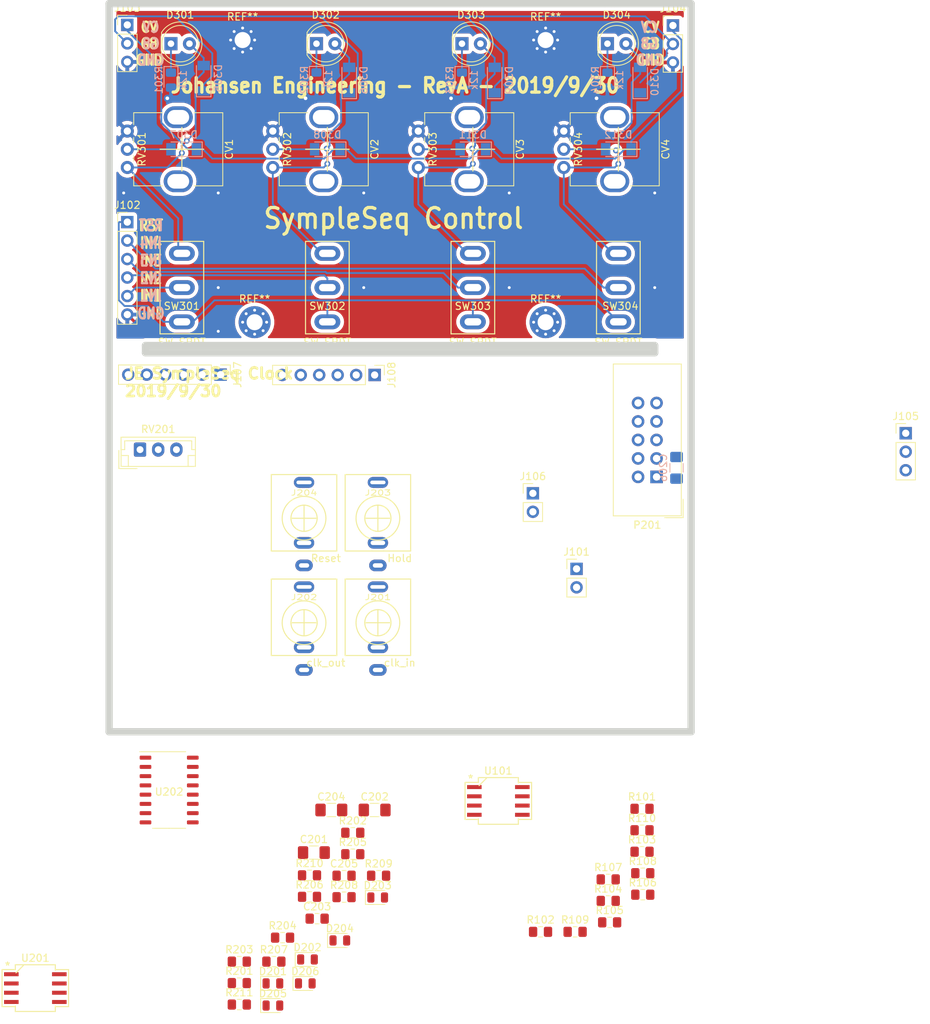
<source format=kicad_pcb>
(kicad_pcb (version 20171130) (host pcbnew "(5.1.0)-1")
  (title_block (title EffectUnit1) (date 2019-02-05) (rev "Rev A") (company "Johansen Engineering"))
  (layers (0 F.Cu signal) (31 B.Cu signal) (34 B.Paste user) (35 F.Paste user) (36 B.SilkS user) (37 F.SilkS user) (38 B.Mask user) (39 F.Mask user) (44 Edge.Cuts user))
  (net 0 "")
  (net 1 GND)
  (net 2 "Net-(C201-Pad1)")
  (net 3 "Net-(J201-PadT)")
  (net 4 "Net-(J202-PadT)")
  (net 5 "Net-(J203-PadT)")
  (net 6 "Net-(J204-PadT)")
  (net 7 "Net-(P201-Pad4)")
  (net 8 "Net-(R201-Pad1)")
  (net 9 "Net-(C202-Pad1)")
  (net 10 "Net-(C203-Pad2)")
  (net 11 +12Vc)
  (net 12 -12Vc)
  (net 13 /Clock/clock_out)
  (net 14 /Clock/hold)
  (net 15 /Clock/reset)
  (net 16 G8_M)
  (net 17 "Net-(D301-Pad1)")
  (net 18 "Net-(D302-Pad1)")
  (net 19 "Net-(D303-Pad1)")
  (net 20 "Net-(D304-Pad1)")
  (net 21 Clk555)
  (net 22 "Net-(R101-Pad1)")
  (net 23 "Net-(R102-Pad1)")
  (net 24 "Net-(J101-Pad1)")
  (net 25 CV_M)
  (net 26 "Net-(R105-Pad1)")
  (net 27 "Net-(R106-Pad1)")
  (net 28 "Net-(J105-Pad1)")
  (net 29 "Net-(J105-Pad2)")
  (net 30 "Net-(J106-Pad1)")
  (net 31 /Clock/Q8)
  (net 32 /Clock/Q7)
  (net 33 /Clock/Q4)
  (net 34 /Clock/Q3)
  (net 35 /Clock/Q6)
  (net 36 /Clock/Q2)
  (net 37 /Clock/Q0)
  (net 38 /Clock/Q1)
  (net 39 /Clock/Q5)
  (net 40 "/Control IO/In_1")
  (net 41 "/Control IO/In_2")
  (net 42 "/Control IO/In_3")
  (net 43 "/Control IO/In_4")
  (net 44 "/Control IO/reset")
  (net 45 "Net-(D301-Pad2)")
  (net 46 "Net-(D302-Pad2)")
  (net 47 "Net-(D303-Pad2)")
  (net 48 "Net-(D304-Pad2)")
  (net 49 "Net-(D307-Pad2)")
  (net 50 "Net-(D308-Pad2)")
  (net 51 "Net-(D311-Pad2)")
  (net 52 "Net-(D312-Pad2)")
  (module MountingHole:MountingHole_2.2mm_M2_Pad_Via (layer F.Cu) (at 160 55)
    (fp_text reference REF** (at 0 -3.2) (layer F.SilkS))
    (fp_text value MountingHole_2.2mm_M2_Pad_Via)
    (pad 1 thru_hole circle (at 0 0) (size 4.4 4.4) (drill 2.2) (layers *.Cu *.Mask))
    (pad 1 thru_hole circle (at 1.65 0) (size 0.7 0.7) (drill 0.4) (layers *.Cu *.Mask))
    (pad 1 thru_hole circle (at 1.166726 1.166726) (size 0.7 0.7) (drill 0.4) (layers *.Cu *.Mask))
    (pad 1 thru_hole circle (at 0 1.65) (size 0.7 0.7) (drill 0.4) (layers *.Cu *.Mask))
    (pad 1 thru_hole circle (at -1.166726 1.166726) (size 0.7 0.7) (drill 0.4) (layers *.Cu *.Mask))
    (pad 1 thru_hole circle (at -1.65 0) (size 0.7 0.7) (drill 0.4) (layers *.Cu *.Mask))
    (pad 1 thru_hole circle (at -1.166726 -1.166726) (size 0.7 0.7) (drill 0.4) (layers *.Cu *.Mask))
    (pad 1 thru_hole circle (at 0 -1.65) (size 0.7 0.7) (drill 0.4) (layers *.Cu *.Mask))
    (pad 1 thru_hole circle (at 1.166726 -1.166726) (size 0.7 0.7) (drill 0.4) (layers *.Cu *.Mask))
  )
  (module MountingHole:MountingHole_2.2mm_M2_Pad_Via (layer F.Cu) (at 118.35 55)
    (fp_text reference REF** (at 0 -3.2) (layer F.SilkS))
    (fp_text value MountingHole_2.2mm_M2_Pad_Via)
    (pad 1 thru_hole circle (at 1.166726 -1.166726) (size 0.7 0.7) (drill 0.4) (layers *.Cu *.Mask))
    (pad 1 thru_hole circle (at 0 -1.65) (size 0.7 0.7) (drill 0.4) (layers *.Cu *.Mask))
    (pad 1 thru_hole circle (at -1.166726 -1.166726) (size 0.7 0.7) (drill 0.4) (layers *.Cu *.Mask))
    (pad 1 thru_hole circle (at -1.65 0) (size 0.7 0.7) (drill 0.4) (layers *.Cu *.Mask))
    (pad 1 thru_hole circle (at -1.166726 1.166726) (size 0.7 0.7) (drill 0.4) (layers *.Cu *.Mask))
    (pad 1 thru_hole circle (at 0 1.65) (size 0.7 0.7) (drill 0.4) (layers *.Cu *.Mask))
    (pad 1 thru_hole circle (at 1.166726 1.166726) (size 0.7 0.7) (drill 0.4) (layers *.Cu *.Mask))
    (pad 1 thru_hole circle (at 1.65 0) (size 0.7 0.7) (drill 0.4) (layers *.Cu *.Mask))
    (pad 1 thru_hole circle (at 0 0) (size 4.4 4.4) (drill 2.2) (layers *.Cu *.Mask))
  )
  (module MountingHole:MountingHole_2.2mm_M2_Pad_Via (layer F.Cu) (at 120 93.75)
    (fp_text reference REF** (at 0 -3.2) (layer F.SilkS))
    (fp_text value MountingHole_2.2mm_M2_Pad_Via)
    (pad 1 thru_hole circle (at 0 0) (size 4.4 4.4) (drill 2.2) (layers *.Cu *.Mask))
    (pad 1 thru_hole circle (at 1.65 0) (size 0.7 0.7) (drill 0.4) (layers *.Cu *.Mask))
    (pad 1 thru_hole circle (at 1.166726 1.166726) (size 0.7 0.7) (drill 0.4) (layers *.Cu *.Mask))
    (pad 1 thru_hole circle (at 0 1.65) (size 0.7 0.7) (drill 0.4) (layers *.Cu *.Mask))
    (pad 1 thru_hole circle (at -1.166726 1.166726) (size 0.7 0.7) (drill 0.4) (layers *.Cu *.Mask))
    (pad 1 thru_hole circle (at -1.65 0) (size 0.7 0.7) (drill 0.4) (layers *.Cu *.Mask))
    (pad 1 thru_hole circle (at -1.166726 -1.166726) (size 0.7 0.7) (drill 0.4) (layers *.Cu *.Mask))
    (pad 1 thru_hole circle (at 0 -1.65) (size 0.7 0.7) (drill 0.4) (layers *.Cu *.Mask))
    (pad 1 thru_hole circle (at 1.166726 -1.166726) (size 0.7 0.7) (drill 0.4) (layers *.Cu *.Mask))
  )
  (module MountingHole:MountingHole_2.2mm_M2_Pad_Via (layer F.Cu) (at 160 93.75)
    (fp_text reference REF** (at 0 -3.2) (layer F.SilkS))
    (fp_text value MountingHole_2.2mm_M2_Pad_Via)
    (pad 1 thru_hole circle (at 1.166726 -1.166726) (size 0.7 0.7) (drill 0.4) (layers *.Cu *.Mask))
    (pad 1 thru_hole circle (at 0 -1.65) (size 0.7 0.7) (drill 0.4) (layers *.Cu *.Mask))
    (pad 1 thru_hole circle (at -1.166726 -1.166726) (size 0.7 0.7) (drill 0.4) (layers *.Cu *.Mask))
    (pad 1 thru_hole circle (at -1.65 0) (size 0.7 0.7) (drill 0.4) (layers *.Cu *.Mask))
    (pad 1 thru_hole circle (at -1.166726 1.166726) (size 0.7 0.7) (drill 0.4) (layers *.Cu *.Mask))
    (pad 1 thru_hole circle (at 0 1.65) (size 0.7 0.7) (drill 0.4) (layers *.Cu *.Mask))
    (pad 1 thru_hole circle (at 1.166726 1.166726) (size 0.7 0.7) (drill 0.4) (layers *.Cu *.Mask))
    (pad 1 thru_hole circle (at 1.65 0) (size 0.7 0.7) (drill 0.4) (layers *.Cu *.Mask))
    (pad 1 thru_hole circle (at 0 0) (size 4.4 4.4) (drill 2.2) (layers *.Cu *.Mask))
  )
  (module Capacitor_SMD:C_1206_3216Metric_Pad1.42x1.75mm_HandSolder (layer F.Cu) (at 128.145001 166.595001)
    (fp_text reference C201 (at 0 -1.82) (layer F.SilkS))
    (fp_text value 22u)
    (pad 2 smd roundrect (at 1.4875 0) (size 1.425 1.75) (layers F.Cu F.Paste F.Mask) (roundrect_rratio 0.175439) (net 1 GND))
    (pad 1 smd roundrect (at -1.4875 0) (size 1.425 1.75) (layers F.Cu F.Paste F.Mask) (roundrect_rratio 0.175439) (net 2 "Net-(C201-Pad1)"))
  )
  (module Capacitor_SMD:C_1206_3216Metric_Pad1.42x1.75mm_HandSolder (layer F.Cu) (at 136.495001 160.745001)
    (fp_text reference C202 (at 0 -1.82) (layer F.SilkS))
    (fp_text value 10n)
    (pad 2 smd roundrect (at 1.4875 0) (size 1.425 1.75) (layers F.Cu F.Paste F.Mask) (roundrect_rratio 0.175439) (net 1 GND))
    (pad 1 smd roundrect (at -1.4875 0) (size 1.425 1.75) (layers F.Cu F.Paste F.Mask) (roundrect_rratio 0.175439) (net 9 "Net-(C202-Pad1)"))
  )
  (module Capacitor_SMD:C_0805_2012Metric_Pad1.15x1.40mm_HandSolder (layer F.Cu) (at 128.595001 175.665001)
    (fp_text reference C203 (at 0 -1.65) (layer F.SilkS))
    (fp_text value 1u)
    (pad 1 smd roundrect (at -1.025 0) (size 1.15 1.4) (layers F.Cu F.Paste F.Mask) (roundrect_rratio 0.217391) (net 11 +12Vc))
    (pad 2 smd roundrect (at 1.025 0) (size 1.15 1.4) (layers F.Cu F.Paste F.Mask) (roundrect_rratio 0.217391) (net 10 "Net-(C203-Pad2)"))
  )
  (module Capacitor_SMD:C_1206_3216Metric_Pad1.42x1.75mm_HandSolder (layer F.Cu) (at 130.545001 160.745001)
    (fp_text reference C204 (at 0 -1.82) (layer F.SilkS))
    (fp_text value 1u)
    (pad 1 smd roundrect (at -1.4875 0) (size 1.425 1.75) (layers F.Cu F.Paste F.Mask) (roundrect_rratio 0.175439) (net 11 +12Vc))
    (pad 2 smd roundrect (at 1.4875 0) (size 1.425 1.75) (layers F.Cu F.Paste F.Mask) (roundrect_rratio 0.175439) (net 10 "Net-(C203-Pad2)"))
  )
  (module Capacitor_SMD:C_0805_2012Metric_Pad1.15x1.40mm_HandSolder (layer F.Cu) (at 132.295001 169.765001)
    (fp_text reference C205 (at 0 -1.65) (layer F.SilkS))
    (fp_text value 1u)
    (pad 2 smd roundrect (at 1.025 0) (size 1.15 1.4) (layers F.Cu F.Paste F.Mask) (roundrect_rratio 0.217391) (net 10 "Net-(C203-Pad2)"))
    (pad 1 smd roundrect (at -1.025 0) (size 1.15 1.4) (layers F.Cu F.Paste F.Mask) (roundrect_rratio 0.217391) (net 11 +12Vc))
  )
  (module Capacitor_SMD:C_1206_3216Metric_Pad1.42x1.75mm_HandSolder (layer B.Cu) (at 178 113.75 270)
    (fp_text reference C206 (at 0 1.82 270) (layer B.SilkS) (effects (justify mirror)))
    (fp_text value 1u)
    (pad 1 smd roundrect (at -1.4875 0 270) (size 1.425 1.75) (layers B.Cu B.Paste B.Mask) (roundrect_rratio 0.175439) (net 10 "Net-(C203-Pad2)"))
    (pad 2 smd roundrect (at 1.4875 0 270) (size 1.425 1.75) (layers B.Cu B.Paste B.Mask) (roundrect_rratio 0.175439) (net 12 -12Vc))
  )
  (module LED_SMD:LED_0805_2012Metric (layer F.Cu) (at 122.515001 184.560001)
    (fp_text reference D201 (at 0 -1.65) (layer F.SilkS))
    (fp_text value 5817)
    (pad 1 smd roundrect (at -0.9375 0) (size 0.975 1.4) (layers F.Cu F.Paste F.Mask) (net 11 +12Vc))
    (pad 2 smd roundrect (at 0.9375 0) (size 0.975 1.4) (layers F.Cu F.Paste F.Mask))
  )
  (module LED_SMD:LED_0805_2012Metric (layer F.Cu) (at 127.265001 181.270001)
    (fp_text reference D202 (at 0 -1.65) (layer F.SilkS))
    (fp_text value 5817)
    (pad 2 smd roundrect (at 0.9375 0) (size 0.975 1.4) (layers F.Cu F.Paste F.Mask) (net 1 GND))
    (pad 1 smd roundrect (at -0.9375 0) (size 0.975 1.4) (layers F.Cu F.Paste F.Mask) (net 13 /Clock/clock_out))
  )
  (module LED_SMD:LED_0805_2012Metric (layer F.Cu) (at 136.915001 172.760001)
    (fp_text reference D203 (at 0 -1.65) (layer F.SilkS))
    (fp_text value 5817)
    (pad 2 smd roundrect (at 0.9375 0) (size 0.975 1.4) (layers F.Cu F.Paste F.Mask) (net 1 GND))
    (pad 1 smd roundrect (at -0.9375 0) (size 0.975 1.4) (layers F.Cu F.Paste F.Mask) (net 14 /Clock/hold))
  )
  (module LED_SMD:LED_0805_2012Metric (layer F.Cu) (at 131.715001 178.660001)
    (fp_text reference D204 (at 0 -1.65) (layer F.SilkS))
    (fp_text value 5817)
    (pad 1 smd roundrect (at -0.9375 0) (size 0.975 1.4) (layers F.Cu F.Paste F.Mask) (net 11 +12Vc))
    (pad 2 smd roundrect (at 0.9375 0) (size 0.975 1.4) (layers F.Cu F.Paste F.Mask) (net 14 /Clock/hold))
  )
  (module LED_SMD:LED_0805_2012Metric (layer F.Cu) (at 122.515001 187.600001)
    (fp_text reference D205 (at 0 -1.65) (layer F.SilkS))
    (fp_text value 5817)
    (pad 2 smd roundrect (at 0.9375 0) (size 0.975 1.4) (layers F.Cu F.Paste F.Mask) (net 15 /Clock/reset))
    (pad 1 smd roundrect (at -0.9375 0) (size 0.975 1.4) (layers F.Cu F.Paste F.Mask) (net 11 +12Vc))
  )
  (module LED_SMD:LED_0805_2012Metric (layer F.Cu) (at 126.965001 184.560001)
    (fp_text reference D206 (at 0 -1.65) (layer F.SilkS))
    (fp_text value 5817)
    (pad 1 smd roundrect (at -0.9375 0) (size 0.975 1.4) (layers F.Cu F.Paste F.Mask) (net 15 /Clock/reset))
    (pad 2 smd roundrect (at 0.9375 0) (size 0.975 1.4) (layers F.Cu F.Paste F.Mask) (net 1 GND))
  )
  (module LED_THT:LED_D5.0mm (layer F.Cu) (at 108.5 55.5)
    (fp_text reference D301 (at 1.27 -3.96) (layer F.SilkS))
    (fp_text value LED)
    (pad 2 thru_hole circle (at 2.54 0) (size 1.8 1.8) (drill 0.9) (layers *.Cu *.Mask) (net 45 "Net-(D301-Pad2)"))
    (pad 1 thru_hole rect (at 0 0) (size 1.8 1.8) (drill 0.9) (layers *.Cu *.Mask) (net 17 "Net-(D301-Pad1)"))
  )
  (module LED_THT:LED_D5.0mm (layer F.Cu) (at 128.5 55.5)
    (fp_text reference D302 (at 1.27 -3.96) (layer F.SilkS))
    (fp_text value LED)
    (pad 1 thru_hole rect (at 0 0) (size 1.8 1.8) (drill 0.9) (layers *.Cu *.Mask) (net 18 "Net-(D302-Pad1)"))
    (pad 2 thru_hole circle (at 2.54 0) (size 1.8 1.8) (drill 0.9) (layers *.Cu *.Mask) (net 46 "Net-(D302-Pad2)"))
  )
  (module LED_THT:LED_D5.0mm (layer F.Cu) (at 148.5 55.5)
    (fp_text reference D303 (at 1.27 -3.96) (layer F.SilkS))
    (fp_text value LED)
    (pad 2 thru_hole circle (at 2.54 0) (size 1.8 1.8) (drill 0.9) (layers *.Cu *.Mask) (net 47 "Net-(D303-Pad2)"))
    (pad 1 thru_hole rect (at 0 0) (size 1.8 1.8) (drill 0.9) (layers *.Cu *.Mask) (net 19 "Net-(D303-Pad1)"))
  )
  (module LED_THT:LED_D5.0mm (layer F.Cu) (at 168.5 55.5)
    (fp_text reference D304 (at 1.27 -3.96) (layer F.SilkS))
    (fp_text value LED)
    (pad 1 thru_hole rect (at 0 0) (size 1.8 1.8) (drill 0.9) (layers *.Cu *.Mask) (net 20 "Net-(D304-Pad1)"))
    (pad 2 thru_hole circle (at 2.54 0) (size 1.8 1.8) (drill 0.9) (layers *.Cu *.Mask) (net 48 "Net-(D304-Pad2)"))
  )
  (module Connector_PinHeader_2.54mm:PinHeader_1x02_P2.54mm_Vertical (layer F.Cu) (at 164.255001 127.625001)
    (fp_text reference J101 (at 0 -2.33) (layer F.SilkS))
    (fp_text value CV-Out)
    (pad 2 thru_hole oval (at 0 2.54) (size 1.7 1.7) (drill 1) (layers *.Cu *.Mask) (net 1 GND))
    (pad 1 thru_hole rect (at 0 0) (size 1.7 1.7) (drill 1) (layers *.Cu *.Mask) (net 24 "Net-(J101-Pad1)"))
  )
  (module Connector_PinHeader_2.54mm:PinHeader_1x06_P2.54mm_Vertical (layer F.Cu) (at 102.5 80)
    (fp_text reference J102 (at 0 -2.33) (layer F.SilkS))
    (fp_text value "Reset + Step")
    (pad 6 thru_hole oval (at 0 12.7) (size 1.7 1.7) (drill 1) (layers *.Cu *.Mask) (net 1 GND))
    (pad 5 thru_hole oval (at 0 10.16) (size 1.7 1.7) (drill 1) (layers *.Cu *.Mask) (net 40 "/Control IO/In_1"))
    (pad 4 thru_hole oval (at 0 7.62) (size 1.7 1.7) (drill 1) (layers *.Cu *.Mask) (net 41 "/Control IO/In_2"))
    (pad 3 thru_hole oval (at 0 5.08) (size 1.7 1.7) (drill 1) (layers *.Cu *.Mask) (net 42 "/Control IO/In_3"))
    (pad 2 thru_hole oval (at 0 2.54) (size 1.7 1.7) (drill 1) (layers *.Cu *.Mask) (net 43 "/Control IO/In_4"))
    (pad 1 thru_hole rect (at 0 0) (size 1.7 1.7) (drill 1) (layers *.Cu *.Mask) (net 44 "/Control IO/reset"))
  )
  (module Connector_PinHeader_2.54mm:PinHeader_1x03_P2.54mm_Vertical (layer F.Cu) (at 102.5 52.92)
    (fp_text reference J103 (at 0 -2.33) (layer F.SilkS))
    (fp_text value CV-G8_Mod1)
    (pad 1 thru_hole rect (at 0 0) (size 1.7 1.7) (drill 1) (layers *.Cu *.Mask) (net 25 CV_M))
    (pad 2 thru_hole oval (at 0 2.54) (size 1.7 1.7) (drill 1) (layers *.Cu *.Mask) (net 16 G8_M))
    (pad 3 thru_hole oval (at 0 5.08) (size 1.7 1.7) (drill 1) (layers *.Cu *.Mask) (net 1 GND))
  )
  (module Connector_PinHeader_2.54mm:PinHeader_1x03_P2.54mm_Vertical (layer F.Cu) (at 177.5 53)
    (fp_text reference J104 (at 0 -2.33) (layer F.SilkS))
    (fp_text value CV-G8_Mod2)
    (pad 3 thru_hole oval (at 0 5.08) (size 1.7 1.7) (drill 1) (layers *.Cu *.Mask) (net 1 GND))
    (pad 2 thru_hole oval (at 0 2.54) (size 1.7 1.7) (drill 1) (layers *.Cu *.Mask) (net 16 G8_M))
    (pad 1 thru_hole rect (at 0 0) (size 1.7 1.7) (drill 1) (layers *.Cu *.Mask) (net 25 CV_M))
  )
  (module Connector_PinHeader_2.54mm:PinHeader_1x03_P2.54mm_Vertical (layer F.Cu) (at 209.5 109)
    (fp_text reference J105 (at 0 -2.33) (layer F.SilkS))
    (fp_text value Clk_Hold)
    (pad 1 thru_hole rect (at 0 0) (size 1.7 1.7) (drill 1) (layers *.Cu *.Mask) (net 28 "Net-(J105-Pad1)"))
    (pad 2 thru_hole oval (at 0 2.54) (size 1.7 1.7) (drill 1) (layers *.Cu *.Mask) (net 29 "Net-(J105-Pad2)"))
    (pad 3 thru_hole oval (at 0 5.08) (size 1.7 1.7) (drill 1) (layers *.Cu *.Mask) (net 1 GND))
  )
  (module Connector_PinHeader_2.54mm:PinHeader_1x02_P2.54mm_Vertical (layer F.Cu) (at 158.25 117.25)
    (fp_text reference J106 (at 0 -2.33) (layer F.SilkS))
    (fp_text value CV-Out)
    (pad 1 thru_hole rect (at 0 0) (size 1.7 1.7) (drill 1) (layers *.Cu *.Mask) (net 30 "Net-(J106-Pad1)"))
    (pad 2 thru_hole oval (at 0 2.54) (size 1.7 1.7) (drill 1) (layers *.Cu *.Mask) (net 1 GND))
  )
  (module Connector_PinHeader_2.54mm:PinHeader_1x06_P2.54mm_Vertical (layer F.Cu) (at 115.324999 100.955001 270)
    (fp_text reference J107 (at 0 -2.33 270) (layer F.SilkS))
    (fp_text value "Reset + Step 1-4")
    (pad 1 thru_hole rect (at 0 0 270) (size 1.7 1.7) (drill 1) (layers *.Cu *.Mask) (net 15 /Clock/reset))
    (pad 2 thru_hole oval (at 0 2.54 270) (size 1.7 1.7) (drill 1) (layers *.Cu *.Mask) (net 37 /Clock/Q0))
    (pad 3 thru_hole oval (at 0 5.08 270) (size 1.7 1.7) (drill 1) (layers *.Cu *.Mask) (net 38 /Clock/Q1))
    (pad 4 thru_hole oval (at 0 7.62 270) (size 1.7 1.7) (drill 1) (layers *.Cu *.Mask) (net 36 /Clock/Q2))
    (pad 5 thru_hole oval (at 0 10.16 270) (size 1.7 1.7) (drill 1) (layers *.Cu *.Mask) (net 34 /Clock/Q3))
    (pad 6 thru_hole oval (at 0 12.7 270) (size 1.7 1.7) (drill 1) (layers *.Cu *.Mask) (net 1 GND))
  )
  (module Connector_PinHeader_2.54mm:PinHeader_1x06_P2.54mm_Vertical (layer F.Cu) (at 136.5 101 270)
    (fp_text reference J108 (at 0 -2.33 270) (layer F.SilkS))
    (fp_text value "Reset + Step 5-8")
    (pad 1 thru_hole rect (at 0 0 270) (size 1.7 1.7) (drill 1) (layers *.Cu *.Mask) (net 15 /Clock/reset))
    (pad 2 thru_hole oval (at 0 2.54 270) (size 1.7 1.7) (drill 1) (layers *.Cu *.Mask) (net 33 /Clock/Q4))
    (pad 3 thru_hole oval (at 0 5.08 270) (size 1.7 1.7) (drill 1) (layers *.Cu *.Mask) (net 39 /Clock/Q5))
    (pad 4 thru_hole oval (at 0 7.62 270) (size 1.7 1.7) (drill 1) (layers *.Cu *.Mask) (net 35 /Clock/Q6))
    (pad 5 thru_hole oval (at 0 10.16 270) (size 1.7 1.7) (drill 1) (layers *.Cu *.Mask) (net 32 /Clock/Q7))
    (pad 6 thru_hole oval (at 0 12.7 270) (size 1.7 1.7) (drill 1) (layers *.Cu *.Mask) (net 1 GND))
  )
  (module AJ-Dropbox-Kicad:PJ301SM (layer F.Cu) (at 136.945001 135.025001)
    (fp_text reference J201 (at 0 -3.5) (layer F.SilkS) (effects (font (size 0.75 1) (thickness 0.125))))
    (fp_text value clk_in (at 3 5.5) (layer F.SilkS))
    (pad TN thru_hole oval (at 0 3.38) (size 2.8 1.6) (drill oval 2 0.6) (layers *.Cu *.Mask) (net 21 Clk555))
    (pad S thru_hole oval (at 0 6.48) (size 2.4 1.6) (drill oval 1.4 0.6) (layers *.Cu *.Mask) (net 1 GND))
    (pad T thru_hole oval (at 0 -4.92) (size 2.8 1.5) (drill oval 2.1 0.5) (layers *.Cu *.Mask) (net 3 "Net-(J201-PadT)"))
  )
  (module AJ-Dropbox-Kicad:PJ301SM (layer F.Cu) (at 126.795001 135.025001)
    (fp_text reference J202 (at 0 -3.5) (layer F.SilkS) (effects (font (size 0.75 1) (thickness 0.125))))
    (fp_text value clk_out (at 3 5.5) (layer F.SilkS))
    (pad T thru_hole oval (at 0 -4.92) (size 2.8 1.5) (drill oval 2.1 0.5) (layers *.Cu *.Mask) (net 4 "Net-(J202-PadT)"))
    (pad S thru_hole oval (at 0 6.48) (size 2.4 1.6) (drill oval 1.4 0.6) (layers *.Cu *.Mask) (net 1 GND))
    (pad TN thru_hole oval (at 0 3.38) (size 2.8 1.6) (drill oval 2 0.6) (layers *.Cu *.Mask))
  )
  (module AJ-Dropbox-Kicad:PJ301SM (layer F.Cu) (at 136.945001 120.675001)
    (fp_text reference J203 (at 0 -3.5) (layer F.SilkS) (effects (font (size 0.75 1) (thickness 0.125))))
    (fp_text value Hold (at 3 5.5) (layer F.SilkS))
    (pad T thru_hole oval (at 0 -4.92) (size 2.8 1.5) (drill oval 2.1 0.5) (layers *.Cu *.Mask) (net 5 "Net-(J203-PadT)"))
    (pad S thru_hole oval (at 0 6.48) (size 2.4 1.6) (drill oval 1.4 0.6) (layers *.Cu *.Mask) (net 1 GND))
    (pad TN thru_hole oval (at 0 3.38) (size 2.8 1.6) (drill oval 2 0.6) (layers *.Cu *.Mask) (net 1 GND))
  )
  (module AJ-Dropbox-Kicad:PJ301SM (layer F.Cu) (at 126.795001 120.675001)
    (fp_text reference J204 (at 0 -3.5) (layer F.SilkS) (effects (font (size 0.75 1) (thickness 0.125))))
    (fp_text value Reset (at 3 5.5) (layer F.SilkS))
    (pad TN thru_hole oval (at 0 3.38) (size 2.8 1.6) (drill oval 2 0.6) (layers *.Cu *.Mask))
    (pad S thru_hole oval (at 0 6.48) (size 2.4 1.6) (drill oval 1.4 0.6) (layers *.Cu *.Mask) (net 1 GND))
    (pad T thru_hole oval (at 0 -4.92) (size 2.8 1.5) (drill oval 2.1 0.5) (layers *.Cu *.Mask) (net 6 "Net-(J204-PadT)"))
  )
  (module Connector_IDC:IDC-Header_2x05_P2.54mm_Vertical (layer F.Cu) (at 175.25 115 180)
    (fp_text reference P201 (at 1.27 -6.604 180) (layer F.SilkS))
    (fp_text value HEADER_2x5_Doepfer)
    (pad 1 thru_hole rect (at 0 0 180) (size 1.7272 1.7272) (drill 1.016) (layers *.Cu *.Mask) (net 12 -12Vc))
    (pad 2 thru_hole oval (at 2.54 0 180) (size 1.7272 1.7272) (drill 1.016) (layers *.Cu *.Mask) (net 12 -12Vc))
    (pad 3 thru_hole oval (at 0 2.54 180) (size 1.7272 1.7272) (drill 1.016) (layers *.Cu *.Mask) (net 10 "Net-(C203-Pad2)"))
    (pad 4 thru_hole oval (at 2.54 2.54 180) (size 1.7272 1.7272) (drill 1.016) (layers *.Cu *.Mask) (net 7 "Net-(P201-Pad4)"))
    (pad 5 thru_hole oval (at 0 5.08 180) (size 1.7272 1.7272) (drill 1.016) (layers *.Cu *.Mask) (net 10 "Net-(C203-Pad2)"))
    (pad 6 thru_hole oval (at 2.54 5.08 180) (size 1.7272 1.7272) (drill 1.016) (layers *.Cu *.Mask) (net 7 "Net-(P201-Pad4)"))
    (pad 7 thru_hole oval (at 0 7.62 180) (size 1.7272 1.7272) (drill 1.016) (layers *.Cu *.Mask) (net 10 "Net-(C203-Pad2)"))
    (pad 8 thru_hole oval (at 2.54 7.62 180) (size 1.7272 1.7272) (drill 1.016) (layers *.Cu *.Mask) (net 7 "Net-(P201-Pad4)"))
    (pad 9 thru_hole oval (at 0 10.16 180) (size 1.7272 1.7272) (drill 1.016) (layers *.Cu *.Mask) (net 11 +12Vc))
    (pad 10 thru_hole oval (at 2.54 10.16 180) (size 1.7272 1.7272) (drill 1.016) (layers *.Cu *.Mask) (net 11 +12Vc))
  )
  (module Resistor_SMD:R_0805_2012Metric_Pad1.15x1.40mm_HandSolder (layer F.Cu) (at 173.255001 160.575001)
    (fp_text reference R101 (at 0 -1.65) (layer F.SilkS))
    (fp_text value 100k)
    (pad 1 smd roundrect (at -1.025 0) (size 1.15 1.4) (layers F.Cu F.Paste F.Mask) (roundrect_rratio 0.217391) (net 22 "Net-(R101-Pad1)"))
    (pad 2 smd roundrect (at 1.025 0) (size 1.15 1.4) (layers F.Cu F.Paste F.Mask) (roundrect_rratio 0.217391) (net 1 GND))
  )
  (module Resistor_SMD:R_0805_2012Metric_Pad1.15x1.40mm_HandSolder (layer F.Cu) (at 159.305001 177.475001)
    (fp_text reference R102 (at 0 -1.65) (layer F.SilkS))
    (fp_text value 47k)
    (pad 1 smd roundrect (at -1.025 0) (size 1.15 1.4) (layers F.Cu F.Paste F.Mask) (roundrect_rratio 0.217391) (net 23 "Net-(R102-Pad1)"))
    (pad 2 smd roundrect (at 1.025 0) (size 1.15 1.4) (layers F.Cu F.Paste F.Mask) (roundrect_rratio 0.217391) (net 22 "Net-(R101-Pad1)"))
  )
  (module Resistor_SMD:R_0805_2012Metric_Pad1.15x1.40mm_HandSolder (layer F.Cu) (at 173.255001 166.475001)
    (fp_text reference R103 (at 0 -1.65) (layer F.SilkS))
    (fp_text value 1k)
    (pad 1 smd roundrect (at -1.025 0) (size 1.15 1.4) (layers F.Cu F.Paste F.Mask) (roundrect_rratio 0.217391) (net 24 "Net-(J101-Pad1)"))
    (pad 2 smd roundrect (at 1.025 0) (size 1.15 1.4) (layers F.Cu F.Paste F.Mask) (roundrect_rratio 0.217391) (net 23 "Net-(R102-Pad1)"))
  )
  (module Resistor_SMD:R_0805_2012Metric_Pad1.15x1.40mm_HandSolder (layer F.Cu) (at 168.605001 173.225001)
    (fp_text reference R104 (at 0 -1.65) (layer F.SilkS))
    (fp_text value 100k)
    (pad 2 smd roundrect (at 1.025 0) (size 1.15 1.4) (layers F.Cu F.Paste F.Mask) (roundrect_rratio 0.217391) (net 25 CV_M))
    (pad 1 smd roundrect (at -1.025 0) (size 1.15 1.4) (layers F.Cu F.Paste F.Mask) (roundrect_rratio 0.217391) (net 1 GND))
  )
  (module Resistor_SMD:R_0805_2012Metric_Pad1.15x1.40mm_HandSolder (layer F.Cu) (at 168.805001 176.175001)
    (fp_text reference R105 (at 0 -1.65) (layer F.SilkS))
    (fp_text value 100k)
    (pad 2 smd roundrect (at 1.025 0) (size 1.15 1.4) (layers F.Cu F.Paste F.Mask) (roundrect_rratio 0.217391) (net 1 GND))
    (pad 1 smd roundrect (at -1.025 0) (size 1.15 1.4) (layers F.Cu F.Paste F.Mask) (roundrect_rratio 0.217391) (net 26 "Net-(R105-Pad1)"))
  )
  (module Resistor_SMD:R_0805_2012Metric_Pad1.15x1.40mm_HandSolder (layer F.Cu) (at 173.355001 172.375001)
    (fp_text reference R106 (at 0 -1.65) (layer F.SilkS))
    (fp_text value 47k)
    (pad 1 smd roundrect (at -1.025 0) (size 1.15 1.4) (layers F.Cu F.Paste F.Mask) (roundrect_rratio 0.217391) (net 27 "Net-(R106-Pad1)"))
    (pad 2 smd roundrect (at 1.025 0) (size 1.15 1.4) (layers F.Cu F.Paste F.Mask) (roundrect_rratio 0.217391) (net 26 "Net-(R105-Pad1)"))
  )
  (module Resistor_SMD:R_0805_2012Metric_Pad1.15x1.40mm_HandSolder (layer F.Cu) (at 168.605001 170.275001)
    (fp_text reference R107 (at 0 -1.65) (layer F.SilkS))
    (fp_text value 1k)
    (pad 1 smd roundrect (at -1.025 0) (size 1.15 1.4) (layers F.Cu F.Paste F.Mask) (roundrect_rratio 0.217391) (net 13 /Clock/clock_out))
    (pad 2 smd roundrect (at 1.025 0) (size 1.15 1.4) (layers F.Cu F.Paste F.Mask) (roundrect_rratio 0.217391) (net 28 "Net-(J105-Pad1)"))
  )
  (module Resistor_SMD:R_0805_2012Metric_Pad1.15x1.40mm_HandSolder (layer F.Cu) (at 173.355001 169.425001)
    (fp_text reference R108 (at 0 -1.65) (layer F.SilkS))
    (fp_text value 1k)
    (pad 2 smd roundrect (at 1.025 0) (size 1.15 1.4) (layers F.Cu F.Paste F.Mask) (roundrect_rratio 0.217391) (net 29 "Net-(J105-Pad2)"))
    (pad 1 smd roundrect (at -1.025 0) (size 1.15 1.4) (layers F.Cu F.Paste F.Mask) (roundrect_rratio 0.217391) (net 14 /Clock/hold))
  )
  (module Resistor_SMD:R_0805_2012Metric_Pad1.15x1.40mm_HandSolder (layer F.Cu) (at 164.055001 177.475001)
    (fp_text reference R109 (at 0 -1.65) (layer F.SilkS))
    (fp_text value 1k)
    (pad 2 smd roundrect (at 1.025 0) (size 1.15 1.4) (layers F.Cu F.Paste F.Mask) (roundrect_rratio 0.217391) (net 27 "Net-(R106-Pad1)"))
    (pad 1 smd roundrect (at -1.025 0) (size 1.15 1.4) (layers F.Cu F.Paste F.Mask) (roundrect_rratio 0.217391) (net 30 "Net-(J106-Pad1)"))
  )
  (module Resistor_SMD:R_0805_2012Metric_Pad1.15x1.40mm_HandSolder (layer F.Cu) (at 173.255001 163.525001)
    (fp_text reference R110 (at 0 -1.65) (layer F.SilkS))
    (fp_text value 100k)
    (pad 1 smd roundrect (at -1.025 0) (size 1.15 1.4) (layers F.Cu F.Paste F.Mask) (roundrect_rratio 0.217391) (net 1 GND))
    (pad 2 smd roundrect (at 1.025 0) (size 1.15 1.4) (layers F.Cu F.Paste F.Mask) (roundrect_rratio 0.217391) (net 16 G8_M))
  )
  (module Resistor_SMD:R_0805_2012Metric_Pad1.15x1.40mm_HandSolder (layer F.Cu) (at 117.895001 184.515001)
    (fp_text reference R201 (at 0 -1.65) (layer F.SilkS))
    (fp_text value 3k3)
    (pad 2 smd roundrect (at 1.025 0) (size 1.15 1.4) (layers F.Cu F.Paste F.Mask) (roundrect_rratio 0.217391) (net 2 "Net-(C201-Pad1)"))
    (pad 1 smd roundrect (at -1.025 0) (size 1.15 1.4) (layers F.Cu F.Paste F.Mask) (roundrect_rratio 0.217391) (net 8 "Net-(R201-Pad1)"))
  )
  (module Resistor_SMD:R_0805_2012Metric_Pad1.15x1.40mm_HandSolder (layer F.Cu) (at 133.495001 163.865001)
    (fp_text reference R202 (at 0 -1.65) (layer F.SilkS))
    (fp_text value 220k)
    (pad 1 smd roundrect (at -1.025 0) (size 1.15 1.4) (layers F.Cu F.Paste F.Mask) (roundrect_rratio 0.217391) (net 2 "Net-(C201-Pad1)"))
    (pad 2 smd roundrect (at 1.025 0) (size 1.15 1.4) (layers F.Cu F.Paste F.Mask) (roundrect_rratio 0.217391) (net 11 +12Vc))
  )
  (module Resistor_SMD:R_0805_2012Metric_Pad1.15x1.40mm_HandSolder (layer F.Cu) (at 117.895001 181.565001)
    (fp_text reference R203 (at 0 -1.65) (layer F.SilkS))
    (fp_text value 100k)
    (pad 1 smd roundrect (at -1.025 0) (size 1.15 1.4) (layers F.Cu F.Paste F.Mask) (roundrect_rratio 0.217391) (net 11 +12Vc))
    (pad 2 smd roundrect (at 1.025 0) (size 1.15 1.4) (layers F.Cu F.Paste F.Mask) (roundrect_rratio 0.217391) (net 13 /Clock/clock_out))
  )
  (module Resistor_SMD:R_0805_2012Metric_Pad1.15x1.40mm_HandSolder (layer F.Cu) (at 123.845001 178.275001)
    (fp_text reference R204 (at 0 -1.65) (layer F.SilkS))
    (fp_text value 10k)
    (pad 2 smd roundrect (at 1.025 0) (size 1.15 1.4) (layers F.Cu F.Paste F.Mask) (roundrect_rratio 0.217391) (net 3 "Net-(J201-PadT)"))
    (pad 1 smd roundrect (at -1.025 0) (size 1.15 1.4) (layers F.Cu F.Paste F.Mask) (roundrect_rratio 0.217391) (net 13 /Clock/clock_out))
  )
  (module Resistor_SMD:R_0805_2012Metric_Pad1.15x1.40mm_HandSolder (layer F.Cu) (at 133.495001 166.815001)
    (fp_text reference R205 (at 0 -1.65) (layer F.SilkS))
    (fp_text value 1k)
    (pad 1 smd roundrect (at -1.025 0) (size 1.15 1.4) (layers F.Cu F.Paste F.Mask) (roundrect_rratio 0.217391) (net 13 /Clock/clock_out))
    (pad 2 smd roundrect (at 1.025 0) (size 1.15 1.4) (layers F.Cu F.Paste F.Mask) (roundrect_rratio 0.217391) (net 4 "Net-(J202-PadT)"))
  )
  (module Resistor_SMD:R_0805_2012Metric_Pad1.15x1.40mm_HandSolder (layer F.Cu) (at 127.545001 172.665001)
    (fp_text reference R206 (at 0 -1.65) (layer F.SilkS))
    (fp_text value 100k)
    (pad 2 smd roundrect (at 1.025 0) (size 1.15 1.4) (layers F.Cu F.Paste F.Mask) (roundrect_rratio 0.217391) (net 14 /Clock/hold))
    (pad 1 smd roundrect (at -1.025 0) (size 1.15 1.4) (layers F.Cu F.Paste F.Mask) (roundrect_rratio 0.217391) (net 11 +12Vc))
  )
  (module Resistor_SMD:R_0805_2012Metric_Pad1.15x1.40mm_HandSolder (layer F.Cu) (at 122.645001 181.565001)
    (fp_text reference R207 (at 0 -1.65) (layer F.SilkS))
    (fp_text value 10k)
    (pad 2 smd roundrect (at 1.025 0) (size 1.15 1.4) (layers F.Cu F.Paste F.Mask) (roundrect_rratio 0.217391) (net 5 "Net-(J203-PadT)"))
    (pad 1 smd roundrect (at -1.025 0) (size 1.15 1.4) (layers F.Cu F.Paste F.Mask) (roundrect_rratio 0.217391) (net 14 /Clock/hold))
  )
  (module Resistor_SMD:R_0805_2012Metric_Pad1.15x1.40mm_HandSolder (layer F.Cu) (at 132.295001 172.715001)
    (fp_text reference R208 (at 0 -1.65) (layer F.SilkS))
    (fp_text value 100k)
    (pad 2 smd roundrect (at 1.025 0) (size 1.15 1.4) (layers F.Cu F.Paste F.Mask) (roundrect_rratio 0.217391) (net 15 /Clock/reset))
    (pad 1 smd roundrect (at -1.025 0) (size 1.15 1.4) (layers F.Cu F.Paste F.Mask) (roundrect_rratio 0.217391) (net 11 +12Vc))
  )
  (module Resistor_SMD:R_0805_2012Metric_Pad1.15x1.40mm_HandSolder (layer F.Cu) (at 137.045001 169.765001)
    (fp_text reference R209 (at 0 -1.65) (layer F.SilkS))
    (fp_text value 47k)
    (pad 1 smd roundrect (at -1.025 0) (size 1.15 1.4) (layers F.Cu F.Paste F.Mask) (roundrect_rratio 0.217391) (net 15 /Clock/reset))
    (pad 2 smd roundrect (at 1.025 0) (size 1.15 1.4) (layers F.Cu F.Paste F.Mask) (roundrect_rratio 0.217391) (net 6 "Net-(J204-PadT)"))
  )
  (module Resistor_SMD:R_0805_2012Metric_Pad1.15x1.40mm_HandSolder (layer F.Cu) (at 127.545001 169.715001)
    (fp_text reference R210 (at 0 -1.65) (layer F.SilkS))
    (fp_text value 4k7)
    (pad 1 smd roundrect (at -1.025 0) (size 1.15 1.4) (layers F.Cu F.Paste F.Mask) (roundrect_rratio 0.217391) (net 31 /Clock/Q8))
    (pad 2 smd roundrect (at 1.025 0) (size 1.15 1.4) (layers F.Cu F.Paste F.Mask) (roundrect_rratio 0.217391) (net 15 /Clock/reset))
  )
  (module Resistor_SMD:R_0805_2012Metric_Pad1.15x1.40mm_HandSolder (layer F.Cu) (at 117.895001 187.465001)
    (fp_text reference R211 (at 0 -1.65) (layer F.SilkS))
    (fp_text value OPEN)
    (pad 2 smd roundrect (at 1.025 0) (size 1.15 1.4) (layers F.Cu F.Paste F.Mask) (roundrect_rratio 0.217391) (net 15 /Clock/reset))
    (pad 1 smd roundrect (at -1.025 0) (size 1.15 1.4) (layers F.Cu F.Paste F.Mask) (roundrect_rratio 0.217391) (net 32 /Clock/Q7))
  )
  (module Connector_JST:JST_EH_B3B-EH-A_1x03_P2.50mm_Vertical (layer F.Cu) (at 104.25 111.25)
    (fp_text reference RV201 (at 2.5 -2.8) (layer F.SilkS))
    (fp_text value "50k Rate")
    (pad 1 thru_hole roundrect (at 0 0) (size 1.7 1.95) (drill 0.95) (layers *.Cu *.Mask) (roundrect_rratio 0.147059) (net 8 "Net-(R201-Pad1)"))
    (pad 2 thru_hole oval (at 2.5 0) (size 1.7 1.95) (drill 0.95) (layers *.Cu *.Mask) (net 21 Clk555))
    (pad 3 thru_hole oval (at 5 0) (size 1.7 1.95) (drill 0.95) (layers *.Cu *.Mask) (net 21 Clk555))
  )
  (module AJ-Dropbox-Kicad:Potentiometer_China_RK09_Single_Vertical_AJ (layer F.Cu) (at 102.5 72.5)
    (fp_text reference RV301 (at 2 -2.5 90) (layer F.SilkS))
    (fp_text value CV1 (at 14 -2.5 90) (layer F.SilkS))
    (pad 3 thru_hole circle (at 0 -5) (size 1.8 1.8) (drill 1) (layers *.Cu *.Mask) (net 1 GND))
    (pad 2 thru_hole circle (at 0 -2.5) (size 1.8 1.8) (drill 1) (layers *.Cu *.Mask) (net 49 "Net-(D307-Pad2)"))
    (pad 1 thru_hole circle (at 0 0) (size 1.8 1.8) (drill 1) (layers *.Cu *.Mask) (net 45 "Net-(D301-Pad2)"))
    (pad "" np_thru_hole oval (at 7 -6.9) (size 4 3) (drill oval 3 2) (layers *.Cu *.Mask))
    (pad "" np_thru_hole oval (at 7 1.9) (size 4 3) (drill oval 3 2) (layers *.Cu *.Mask))
  )
  (module AJ-Dropbox-Kicad:Potentiometer_China_RK09_Single_Vertical_AJ (layer F.Cu) (at 122.5 72.5)
    (fp_text reference RV302 (at 2 -2.5 90) (layer F.SilkS))
    (fp_text value CV2 (at 14 -2.5 90) (layer F.SilkS))
    (pad 3 thru_hole circle (at 0 -5) (size 1.8 1.8) (drill 1) (layers *.Cu *.Mask) (net 1 GND))
    (pad 2 thru_hole circle (at 0 -2.5) (size 1.8 1.8) (drill 1) (layers *.Cu *.Mask) (net 50 "Net-(D308-Pad2)"))
    (pad 1 thru_hole circle (at 0 0) (size 1.8 1.8) (drill 1) (layers *.Cu *.Mask) (net 46 "Net-(D302-Pad2)"))
    (pad "" np_thru_hole oval (at 7 -6.9) (size 4 3) (drill oval 3 2) (layers *.Cu *.Mask))
    (pad "" np_thru_hole oval (at 7 1.9) (size 4 3) (drill oval 3 2) (layers *.Cu *.Mask))
  )
  (module AJ-Dropbox-Kicad:Potentiometer_China_RK09_Single_Vertical_AJ (layer F.Cu) (at 142.5 72.5)
    (fp_text reference RV303 (at 2 -2.5 90) (layer F.SilkS))
    (fp_text value CV3 (at 14 -2.5 90) (layer F.SilkS))
    (pad "" np_thru_hole oval (at 7 1.9) (size 4 3) (drill oval 3 2) (layers *.Cu *.Mask))
    (pad "" np_thru_hole oval (at 7 -6.9) (size 4 3) (drill oval 3 2) (layers *.Cu *.Mask))
    (pad 1 thru_hole circle (at 0 0) (size 1.8 1.8) (drill 1) (layers *.Cu *.Mask) (net 47 "Net-(D303-Pad2)"))
    (pad 2 thru_hole circle (at 0 -2.5) (size 1.8 1.8) (drill 1) (layers *.Cu *.Mask) (net 51 "Net-(D311-Pad2)"))
    (pad 3 thru_hole circle (at 0 -5) (size 1.8 1.8) (drill 1) (layers *.Cu *.Mask) (net 1 GND))
  )
  (module AJ-Dropbox-Kicad:Potentiometer_China_RK09_Single_Vertical_AJ (layer F.Cu) (at 162.5 72.5)
    (fp_text reference RV304 (at 2 -2.5 90) (layer F.SilkS))
    (fp_text value CV4 (at 14 -2.5 90) (layer F.SilkS))
    (pad "" np_thru_hole oval (at 7 1.9) (size 4 3) (drill oval 3 2) (layers *.Cu *.Mask))
    (pad "" np_thru_hole oval (at 7 -6.9) (size 4 3) (drill oval 3 2) (layers *.Cu *.Mask))
    (pad 1 thru_hole circle (at 0 0) (size 1.8 1.8) (drill 1) (layers *.Cu *.Mask) (net 48 "Net-(D304-Pad2)"))
    (pad 2 thru_hole circle (at 0 -2.5) (size 1.8 1.8) (drill 1) (layers *.Cu *.Mask) (net 52 "Net-(D312-Pad2)"))
    (pad 3 thru_hole circle (at 0 -5) (size 1.8 1.8) (drill 1) (layers *.Cu *.Mask) (net 1 GND))
  )
  (module AJ-Dropbox-Kicad:AJ_SO-8_5.3x6.2mm_P1.27mm (layer F.Cu) (at 89.855001 185.205001)
    (fp_text reference U201 (at 0 -4.13) (layer F.SilkS))
    (fp_text value LM555)
    (fp_text user * (at -3.81 -3.048) (layer F.SilkS))
    (pad 1 smd rect (at -3.3 -1.905) (size 2 0.55) (layers F.Cu F.Paste F.Mask) (net 1 GND))
    (pad 2 smd rect (at -3.3 -0.635) (size 2 0.55) (layers F.Cu F.Paste F.Mask) (net 2 "Net-(C201-Pad1)"))
    (pad 3 smd rect (at -3.3 0.635) (size 2 0.55) (layers F.Cu F.Paste F.Mask) (net 21 Clk555))
    (pad 4 smd rect (at -3.3 1.905) (size 2 0.55) (layers F.Cu F.Paste F.Mask) (net 11 +12Vc))
    (pad 5 smd rect (at 3.3 1.905) (size 2 0.55) (layers F.Cu F.Paste F.Mask) (net 9 "Net-(C202-Pad1)"))
    (pad 6 smd rect (at 3.3 0.635) (size 2 0.55) (layers F.Cu F.Paste F.Mask) (net 2 "Net-(C201-Pad1)"))
    (pad 7 smd rect (at 3.3 -0.635) (size 2 0.55) (layers F.Cu F.Paste F.Mask))
    (pad 8 smd rect (at 3.3 -1.905) (size 2 0.55) (layers F.Cu F.Paste F.Mask) (net 11 +12Vc))
  )
  (module AJ:SOIC-16_4.55x10.3mm_P1.27mm (layer F.Cu) (at 108.25 158)
    (fp_text reference U202 (at 0 0.25) (layer F.SilkS))
    (fp_text value 4017)
    (pad 16 smd roundrect (at 3.25 -4.445) (size 1.6 0.55) (layers F.Cu F.Paste F.Mask) (net 11 +12Vc))
    (pad 15 smd roundrect (at 3.25 -3.175) (size 1.6 0.55) (layers F.Cu F.Paste F.Mask) (net 15 /Clock/reset))
    (pad 14 smd roundrect (at 3.25 -1.905) (size 1.6 0.55) (layers F.Cu F.Paste F.Mask) (net 13 /Clock/clock_out))
    (pad 13 smd roundrect (at 3.25 -0.635) (size 1.6 0.55) (layers F.Cu F.Paste F.Mask) (net 14 /Clock/hold))
    (pad 12 smd roundrect (at 3.25 0.635) (size 1.6 0.55) (layers F.Cu F.Paste F.Mask))
    (pad 11 smd roundrect (at 3.25 1.905) (size 1.6 0.55) (layers F.Cu F.Paste F.Mask))
    (pad 10 smd roundrect (at 3.25 3.175) (size 1.6 0.55) (layers F.Cu F.Paste F.Mask) (net 33 /Clock/Q4))
    (pad 9 smd roundrect (at 3.25 4.445) (size 1.6 0.55) (layers F.Cu F.Paste F.Mask) (net 31 /Clock/Q8))
    (pad 8 smd roundrect (at -3.25 4.445) (size 1.6 0.55) (layers F.Cu F.Paste F.Mask) (net 1 GND))
    (pad 7 smd roundrect (at -3.25 3.175) (size 1.6 0.55) (layers F.Cu F.Paste F.Mask) (net 34 /Clock/Q3))
    (pad 6 smd roundrect (at -3.25 1.905) (size 1.6 0.55) (layers F.Cu F.Paste F.Mask) (net 32 /Clock/Q7))
    (pad 5 smd roundrect (at -3.25 0.635) (size 1.6 0.55) (layers F.Cu F.Paste F.Mask) (net 35 /Clock/Q6))
    (pad 4 smd roundrect (at -3.25 -0.635) (size 1.6 0.55) (layers F.Cu F.Paste F.Mask) (net 36 /Clock/Q2))
    (pad 3 smd roundrect (at -3.25 -1.905) (size 1.6 0.55) (layers F.Cu F.Paste F.Mask) (net 37 /Clock/Q0))
    (pad 2 smd roundrect (at -3.25 -3.175) (size 1.6 0.55) (layers F.Cu F.Paste F.Mask) (net 38 /Clock/Q1))
    (pad 1 smd roundrect (at -3.25 -4.445) (size 1.6 0.55) (layers F.Cu F.Paste F.Mask) (net 39 /Clock/Q5))
  )
  (module AJ:D_0805_2012Metric_Pad1.15x1.40mm_HandSolder (layer B.Cu) (at 108.5 60.5 270)
    (fp_text reference R301 (at 0 1.65 270) (layer B.SilkS) (effects (justify mirror)))
    (fp_text value 12k (at 0 -1.65 270) (layer B.SilkS) (effects (justify mirror)))
    (pad 2 smd roundrect (at 1.025 0 270) (size 1.15 1.4) (layers B.Cu B.Paste B.Mask) (roundrect_rratio 0.217391) (net 1 GND))
    (pad 1 smd roundrect (at -1.025 0 270) (size 1.15 1.4) (layers B.Cu B.Paste B.Mask) (roundrect_rratio 0.217391) (net 17 "Net-(D301-Pad1)"))
  )
  (module AJ:D_0805_2012Metric_Pad1.15x1.40mm_HandSolder (layer B.Cu) (at 128.5 60.475 270)
    (fp_text reference R302 (at 0 1.65 270) (layer B.SilkS) (effects (justify mirror)))
    (fp_text value 12k (at 0 -1.65 270) (layer B.SilkS) (effects (justify mirror)))
    (pad 1 smd roundrect (at -1.025 0 270) (size 1.15 1.4) (layers B.Cu B.Paste B.Mask) (roundrect_rratio 0.217391) (net 18 "Net-(D302-Pad1)"))
    (pad 2 smd roundrect (at 1.025 0 270) (size 1.15 1.4) (layers B.Cu B.Paste B.Mask) (roundrect_rratio 0.217391) (net 1 GND))
  )
  (module AJ:D_0805_2012Metric_Pad1.15x1.40mm_HandSolder (layer B.Cu) (at 148.5 60.5 270)
    (fp_text reference R303 (at 0 1.65 270) (layer B.SilkS) (effects (justify mirror)))
    (fp_text value 12k (at 0 -1.65 270) (layer B.SilkS) (effects (justify mirror)))
    (pad 2 smd roundrect (at 1.025 0 270) (size 1.15 1.4) (layers B.Cu B.Paste B.Mask) (roundrect_rratio 0.217391) (net 1 GND))
    (pad 1 smd roundrect (at -1.025 0 270) (size 1.15 1.4) (layers B.Cu B.Paste B.Mask) (roundrect_rratio 0.217391) (net 19 "Net-(D303-Pad1)"))
  )
  (module AJ:D_0805_2012Metric_Pad1.15x1.40mm_HandSolder (layer B.Cu) (at 168.5 60.5 270)
    (fp_text reference R304 (at 0 1.65 270) (layer B.SilkS) (effects (justify mirror)))
    (fp_text value 12k (at 0 -1.65 270) (layer B.SilkS) (effects (justify mirror)))
    (pad 1 smd roundrect (at -1.025 0 270) (size 1.15 1.4) (layers B.Cu B.Paste B.Mask) (roundrect_rratio 0.217391) (net 20 "Net-(D304-Pad1)"))
    (pad 2 smd roundrect (at 1.025 0 270) (size 1.15 1.4) (layers B.Cu B.Paste B.Mask) (roundrect_rratio 0.217391) (net 1 GND))
  )
  (module AJ:SP1MS1 (layer F.Cu) (at 110 89)
    (fp_text reference SW301 (at 0 2.54) (layer F.SilkS))
    (fp_text value SW_SPDT (at 0 7.5 180) (layer F.SilkS))
    (pad 1 thru_hole oval (at 0 4.7) (size 3.556 2.032) (drill oval 2.3 1) (layers *.Cu *.Mask) (net 44 "/Control IO/reset"))
    (pad 2 thru_hole oval (at 0 0) (size 3.556 2.032) (drill oval 2.3 1) (layers *.Cu *.Mask) (net 40 "/Control IO/In_1"))
    (pad 3 thru_hole oval (at 0 -4.7) (size 3.556 2.032) (drill oval 2.3 1) (layers *.Cu *.Mask) (net 45 "Net-(D301-Pad2)"))
  )
  (module AJ:SP1MS1 (layer F.Cu) (at 130 89)
    (fp_text reference SW302 (at 0 2.54) (layer F.SilkS))
    (fp_text value SW_SPDT (at 0 7.5 180) (layer F.SilkS))
    (pad 3 thru_hole oval (at 0 -4.7) (size 3.556 2.032) (drill oval 2.3 1) (layers *.Cu *.Mask) (net 46 "Net-(D302-Pad2)"))
    (pad 2 thru_hole oval (at 0 0) (size 3.556 2.032) (drill oval 2.3 1) (layers *.Cu *.Mask) (net 41 "/Control IO/In_2"))
    (pad 1 thru_hole oval (at 0 4.7) (size 3.556 2.032) (drill oval 2.3 1) (layers *.Cu *.Mask) (net 44 "/Control IO/reset"))
  )
  (module AJ:SP1MS1 (layer F.Cu) (at 150 89)
    (fp_text reference SW303 (at 0 2.54) (layer F.SilkS))
    (fp_text value SW_SPDT (at 0 7.5 180) (layer F.SilkS))
    (pad 1 thru_hole oval (at 0 4.7) (size 3.556 2.032) (drill oval 2.3 1) (layers *.Cu *.Mask) (net 44 "/Control IO/reset"))
    (pad 2 thru_hole oval (at 0 0) (size 3.556 2.032) (drill oval 2.3 1) (layers *.Cu *.Mask) (net 42 "/Control IO/In_3"))
    (pad 3 thru_hole oval (at 0 -4.7) (size 3.556 2.032) (drill oval 2.3 1) (layers *.Cu *.Mask) (net 47 "Net-(D303-Pad2)"))
  )
  (module AJ:SP1MS1 (layer F.Cu) (at 170 89)
    (fp_text reference SW304 (at 0.274999 2.54) (layer F.SilkS))
    (fp_text value SW_SPDT (at 0 7.5 180) (layer F.SilkS))
    (pad 3 thru_hole oval (at 0 -4.7) (size 3.556 2.032) (drill oval 2.3 1) (layers *.Cu *.Mask) (net 48 "Net-(D304-Pad2)"))
    (pad 2 thru_hole oval (at 0 0) (size 3.556 2.032) (drill oval 2.3 1) (layers *.Cu *.Mask) (net 43 "/Control IO/In_4"))
    (pad 1 thru_hole oval (at 0 4.7) (size 3.556 2.032) (drill oval 2.3 1) (layers *.Cu *.Mask) (net 44 "/Control IO/reset"))
  )
  (module AJ:AJ_SO-8_5.3x6.2mm_P1.27mm (layer F.Cu) (at 153.5 159.5)
    (fp_text reference U101 (at 0 -4.13) (layer F.SilkS))
    (fp_text value TL082)
    (fp_text user * (at -3.81 -3.048) (layer F.SilkS))
    (pad 8 smd rect (at 3.3 -1.905) (size 2 0.55) (layers F.Cu F.Paste F.Mask) (net 11 +12Vc))
    (pad 7 smd rect (at 3.3 -0.635) (size 2 0.55) (layers F.Cu F.Paste F.Mask) (net 27 "Net-(R106-Pad1)"))
    (pad 6 smd rect (at 3.3 0.635) (size 2 0.55) (layers F.Cu F.Paste F.Mask) (net 26 "Net-(R105-Pad1)"))
    (pad 5 smd rect (at 3.3 1.905) (size 2 0.55) (layers F.Cu F.Paste F.Mask) (net 16 G8_M))
    (pad 4 smd rect (at -3.3 1.905) (size 2 0.55) (layers F.Cu F.Paste F.Mask) (net 12 -12Vc))
    (pad 3 smd rect (at -3.3 0.635) (size 2 0.55) (layers F.Cu F.Paste F.Mask) (net 25 CV_M))
    (pad 2 smd rect (at -3.3 -0.635) (size 2 0.55) (layers F.Cu F.Paste F.Mask) (net 22 "Net-(R101-Pad1)"))
    (pad 1 smd rect (at -3.3 -1.905) (size 2 0.55) (layers F.Cu F.Paste F.Mask) (net 23 "Net-(R102-Pad1)"))
  )
  (module Diode_SMD:D_MiniMELF (layer B.Cu) (at 113 60.25 90)
    (fp_text reference D305 (at 0 2 90) (layer B.SilkS) (effects (justify mirror)))
    (fp_text value LL4148)
    (pad 1 smd rect (at -1.75 0 90) (size 1.3 1.7) (layers B.Cu B.Paste B.Mask) (net 16 G8_M))
    (pad 2 smd rect (at 1.75 0 90) (size 1.3 1.7) (layers B.Cu B.Paste B.Mask) (net 45 "Net-(D301-Pad2)"))
  )
  (module Diode_SMD:D_MiniMELF (layer B.Cu) (at 133 60.5 90)
    (fp_text reference D306 (at 0 2 90) (layer B.SilkS) (effects (justify mirror)))
    (fp_text value LL4148)
    (pad 2 smd rect (at 1.75 0 90) (size 1.3 1.7) (layers B.Cu B.Paste B.Mask) (net 46 "Net-(D302-Pad2)"))
    (pad 1 smd rect (at -1.75 0 90) (size 1.3 1.7) (layers B.Cu B.Paste B.Mask) (net 16 G8_M))
  )
  (module Diode_SMD:D_MiniMELF (layer B.Cu) (at 110.25 70 180)
    (fp_text reference D307 (at 0 2 180) (layer B.SilkS) (effects (justify mirror)))
    (fp_text value LL4148)
    (pad 1 smd rect (at -1.75 0 180) (size 1.3 1.7) (layers B.Cu B.Paste B.Mask) (net 25 CV_M))
    (pad 2 smd rect (at 1.75 0 180) (size 1.3 1.7) (layers B.Cu B.Paste B.Mask) (net 49 "Net-(D307-Pad2)"))
  )
  (module Diode_SMD:D_MiniMELF (layer B.Cu) (at 130 70 180)
    (fp_text reference D308 (at 0 2 180) (layer B.SilkS) (effects (justify mirror)))
    (fp_text value LL4148)
    (pad 2 smd rect (at 1.75 0 180) (size 1.3 1.7) (layers B.Cu B.Paste B.Mask) (net 50 "Net-(D308-Pad2)"))
    (pad 1 smd rect (at -1.75 0 180) (size 1.3 1.7) (layers B.Cu B.Paste B.Mask) (net 25 CV_M))
  )
  (module Diode_SMD:D_MiniMELF (layer B.Cu) (at 153 60.5 90)
    (fp_text reference D309 (at 0 2 90) (layer B.SilkS) (effects (justify mirror)))
    (fp_text value LL4148)
    (pad 2 smd rect (at 1.75 0 90) (size 1.3 1.7) (layers B.Cu B.Paste B.Mask) (net 47 "Net-(D303-Pad2)"))
    (pad 1 smd rect (at -1.75 0 90) (size 1.3 1.7) (layers B.Cu B.Paste B.Mask) (net 16 G8_M))
  )
  (module Diode_SMD:D_MiniMELF (layer B.Cu) (at 173 60.5 90)
    (fp_text reference D310 (at -0.25 2 90) (layer B.SilkS) (effects (justify mirror)))
    (fp_text value LL4148)
    (pad 1 smd rect (at -1.75 0 90) (size 1.3 1.7) (layers B.Cu B.Paste B.Mask) (net 16 G8_M))
    (pad 2 smd rect (at 1.75 0 90) (size 1.3 1.7) (layers B.Cu B.Paste B.Mask) (net 48 "Net-(D304-Pad2)"))
  )
  (module Diode_SMD:D_MiniMELF (layer B.Cu) (at 150 70 180)
    (fp_text reference D311 (at 0 2 180) (layer B.SilkS) (effects (justify mirror)))
    (fp_text value LL4148)
    (pad 2 smd rect (at 1.75 0 180) (size 1.3 1.7) (layers B.Cu B.Paste B.Mask) (net 51 "Net-(D311-Pad2)"))
    (pad 1 smd rect (at -1.75 0 180) (size 1.3 1.7) (layers B.Cu B.Paste B.Mask) (net 25 CV_M))
  )
  (module Diode_SMD:D_MiniMELF (layer B.Cu) (at 170 70 180)
    (fp_text reference D312 (at 0 2 180) (layer B.SilkS) (effects (justify mirror)))
    (fp_text value LL4148)
    (pad 1 smd rect (at -1.75 0 180) (size 1.3 1.7) (layers B.Cu B.Paste B.Mask) (net 25 CV_M))
    (pad 2 smd rect (at 1.75 0 180) (size 1.3 1.7) (layers B.Cu B.Paste B.Mask) (net 52 "Net-(D312-Pad2)"))
  )
  (gr_text "CV\nG8\nGND" (at 174.25 55.5) (layer B.SilkS) (effects (font (size 1.4 1.2) (thickness 0.3)) (justify mirror)))
  (gr_text "CV\nG8\nGND" (at 105.75 55.5) (layer B.SilkS) (effects (font (size 1.4 1.2) (thickness 0.3)) (justify mirror)))
  (gr_text "RST\nIN4\nIN3\nIN2\nIN1\nGND" (at 105.75 86.5) (layer B.SilkS) (effects (font (size 1.5 1.2) (thickness 0.3)) (justify mirror)))
  (gr_text "Johansen Engineering - RevA - 2019/9/30" (at 108.25 61.25) (layer F.SilkS) (effects (font (size 2 1.8) (thickness 0.45)) (justify left)))
  (gr_text "RST\nIN4\nIN3\nIN2\nIN1\nGND" (at 105.75 86.5) (layer F.SilkS) (effects (font (size 1.5 1.2) (thickness 0.3))))
  (gr_text "CV\nG8\nGND" (at 174.5 55.5) (layer F.SilkS) (effects (font (size 1.4 1.2) (thickness 0.3))))
  (gr_text "CV\nG8\nGND" (at 105.5 55.5) (layer F.SilkS) (effects (font (size 1.4 1.2) (thickness 0.3))))
  (gr_text "JE SympleSeq Clock\n2019/9/30" (at 102 102) (layer F.SilkS) (effects (font (size 1.5 1.5) (thickness 0.375)) (justify left)))
  (gr_text "SympleSeq Control " (at 121 79.5) (layer F.SilkS) (effects (font (size 2.75 2.5) (thickness 0.45)) (justify left)))
  (gr_line (start 105 96.95) (end 105 97.95) (layer Edge.Cuts) (width 1))
  (gr_line (start 175 96.95) (end 175 97.95) (layer Edge.Cuts) (width 1))
  (gr_line (start 105 96.95) (end 175 96.95) (layer Edge.Cuts) (width 1))
  (gr_line (start 175 97.95) (end 105 97.95) (layer Edge.Cuts) (width 1))
  (gr_line (start 180 50) (end 100 50) (layer Edge.Cuts) (width 1))
  (gr_line (start 180 150) (end 180 50) (layer Edge.Cuts) (width 1))
  (gr_line (start 100 150) (end 180 150) (layer Edge.Cuts) (width 1))
  (gr_line (start 100 50) (end 100 150) (layer Edge.Cuts) (width 1))
  (via (at 108 63) (size 1) (drill 0.5) (layers F.Cu B.Cu) (net 1))
  (segment (start 108.5 61.525) (end 108.5 62.5) (width 0.4) (layer B.Cu) (net 1))
  (segment (start 108.5 62.5) (end 108 63) (width 0.4) (layer B.Cu) (net 1))
  (via (at 127 63) (size 1) (drill 0.5) (layers F.Cu B.Cu) (net 1))
  (via (at 147 63) (size 1) (drill 0.5) (layers F.Cu B.Cu) (net 1))
  (via (at 167 63) (size 1) (drill 0.5) (layers F.Cu B.Cu) (net 1))
  (via (at 135 76) (size 0.8) (drill 0.4) (layers F.Cu B.Cu) (net 1))
  (via (at 155 76) (size 0.8) (drill 0.4) (layers F.Cu B.Cu) (net 1))
  (via (at 175 76) (size 0.8) (drill 0.4) (layers F.Cu B.Cu) (net 1))
  (via (at 115 76) (size 0.8) (drill 0.4) (layers F.Cu B.Cu) (net 1))
  (via (at 115 89) (size 0.8) (drill 0.4) (layers F.Cu B.Cu) (net 1))
  (via (at 135 89) (size 0.8) (drill 0.4) (layers F.Cu B.Cu) (net 1))
  (via (at 155 89) (size 0.8) (drill 0.4) (layers F.Cu B.Cu) (net 1))
  (via (at 175 89) (size 0.8) (drill 0.4) (layers F.Cu B.Cu) (net 1))
  (via (at 102 76) (size 0.8) (drill 0.4) (layers F.Cu B.Cu) (net 1))
  (via (at 115 95) (size 0.8) (drill 0.4) (layers F.Cu B.Cu) (net 1))
  (segment (start 114.600001 95.399999) (end 115 95) (width 0.4) (layer F.Cu) (net 1))
  (segment (start 105.199999 95.399999) (end 114.600001 95.399999) (width 0.4) (layer F.Cu) (net 1))
  (segment (start 102.5 92.7) (end 105.199999 95.399999) (width 0.4) (layer F.Cu) (net 1))
  (segment (start 176.650001 57.185001) (end 173 60.835002) (width 0.25) (layer B.Cu) (net 16))
  (segment (start 176.650001 56.389999) (end 176.650001 57.185001) (width 0.25) (layer B.Cu) (net 16))
  (segment (start 177.5 55.54) (end 176.650001 56.389999) (width 0.25) (layer B.Cu) (net 16))
  (segment (start 113 61.1) (end 113 62) (width 0.25) (layer B.Cu) (net 16))
  (segment (start 114.175001 59.924999) (end 113 61.1) (width 0.25) (layer B.Cu) (net 16))
  (segment (start 114.175001 56.821999) (end 114.175001 59.924999) (width 0.25) (layer B.Cu) (net 16))
  (segment (start 109.098001 51.744999) (end 114.175001 56.821999) (width 0.25) (layer B.Cu) (net 16))
  (segment (start 101.255001 51.744999) (end 109.098001 51.744999) (width 0.25) (layer B.Cu) (net 16))
  (segment (start 100.82501 52.17499) (end 101.255001 51.744999) (width 0.25) (layer B.Cu) (net 16))
  (segment (start 100.82501 53.78501) (end 100.82501 52.17499) (width 0.25) (layer B.Cu) (net 16))
  (segment (start 102.5 55.46) (end 100.82501 53.78501) (width 0.25) (layer B.Cu) (net 16))
  (segment (start 133 61.35) (end 133 62.25) (width 0.25) (layer B.Cu) (net 16))
  (segment (start 134.175001 60.174999) (end 133 61.35) (width 0.25) (layer B.Cu) (net 16))
  (segment (start 134.175001 56.821999) (end 134.175001 60.174999) (width 0.25) (layer B.Cu) (net 16))
  (segment (start 129.098001 51.744999) (end 134.175001 56.821999) (width 0.25) (layer B.Cu) (net 16))
  (segment (start 109.098001 51.744999) (end 129.098001 51.744999) (width 0.25) (layer B.Cu) (net 16))
  (segment (start 153 61.35) (end 153 62.25) (width 0.25) (layer B.Cu) (net 16))
  (segment (start 154.175001 60.174999) (end 153 61.35) (width 0.25) (layer B.Cu) (net 16))
  (segment (start 154.175001 56.821999) (end 154.175001 60.174999) (width 0.25) (layer B.Cu) (net 16))
  (segment (start 149.098001 51.744999) (end 154.175001 56.821999) (width 0.25) (layer B.Cu) (net 16))
  (segment (start 173.704999 51.744999) (end 177.5 55.54) (width 0.25) (layer B.Cu) (net 16))
  (segment (start 148.755001 51.744999) (end 173.704999 51.744999) (width 0.25) (layer B.Cu) (net 16))
  (segment (start 148.755001 51.744999) (end 149.098001 51.744999) (width 0.25) (layer B.Cu) (net 16))
  (segment (start 129.098001 51.744999) (end 148.755001 51.744999) (width 0.25) (layer B.Cu) (net 16))
  (segment (start 108.5 55.5) (end 108.5 59.475) (width 0.25) (layer B.Cu) (net 17))
  (segment (start 128.5 56.65) (end 128.5 59.45) (width 0.25) (layer B.Cu) (net 18))
  (segment (start 128.5 55.5) (end 128.5 56.65) (width 0.25) (layer B.Cu) (net 18))
  (segment (start 148.5 55.5) (end 148.5 59.475) (width 0.25) (layer B.Cu) (net 19))
  (segment (start 168.5 59.475) (end 168.5 55.5) (width 0.25) (layer B.Cu) (net 20))
  (segment (start 130.85 70) (end 131.75 70) (width 0.25) (layer B.Cu) (net 25))
  (segment (start 129.575001 71.274999) (end 130.85 70) (width 0.25) (layer B.Cu) (net 25))
  (segment (start 114.174999 71.274999) (end 129.575001 71.274999) (width 0.25) (layer B.Cu) (net 25))
  (segment (start 112.9 70) (end 114.174999 71.274999) (width 0.25) (layer B.Cu) (net 25))
  (segment (start 112 70) (end 112.9 70) (width 0.25) (layer B.Cu) (net 25))
  (segment (start 111.1 70) (end 112 70) (width 0.25) (layer B.Cu) (net 25))
  (segment (start 110.819047 70) (end 111.1 70) (width 0.25) (layer B.Cu) (net 25))
  (segment (start 107.17499 66.355943) (end 110.819047 70) (width 0.25) (layer B.Cu) (net 25))
  (segment (start 107.17499 58.395988) (end 107.17499 66.355943) (width 0.25) (layer B.Cu) (net 25))
  (segment (start 102.5 53.720998) (end 107.17499 58.395988) (width 0.25) (layer B.Cu) (net 25))
  (segment (start 102.5 52.92) (end 102.5 53.720998) (width 0.25) (layer B.Cu) (net 25))
  (segment (start 171.75 68.9) (end 171.75 70) (width 0.25) (layer B.Cu) (net 25))
  (segment (start 178.675001 61.974999) (end 171.75 68.9) (width 0.25) (layer B.Cu) (net 25))
  (segment (start 178.675001 54.975999) (end 178.675001 61.974999) (width 0.25) (layer B.Cu) (net 25))
  (segment (start 177.5 53.800998) (end 178.675001 54.975999) (width 0.25) (layer B.Cu) (net 25))
  (segment (start 177.5 53) (end 177.5 53.800998) (width 0.25) (layer B.Cu) (net 25))
  (segment (start 170.85 70) (end 171.75 70) (width 0.25) (layer B.Cu) (net 25))
  (segment (start 169.575001 71.274999) (end 170.85 70) (width 0.25) (layer B.Cu) (net 25))
  (segment (start 153.924999 71.274999) (end 169.575001 71.274999) (width 0.25) (layer B.Cu) (net 25))
  (segment (start 152.65 70) (end 153.924999 71.274999) (width 0.25) (layer B.Cu) (net 25))
  (segment (start 151.75 70) (end 152.65 70) (width 0.25) (layer B.Cu) (net 25))
  (segment (start 150.85 70) (end 151.75 70) (width 0.25) (layer B.Cu) (net 25))
  (segment (start 149.575001 71.274999) (end 150.85 70) (width 0.25) (layer B.Cu) (net 25))
  (segment (start 133.924999 71.274999) (end 149.575001 71.274999) (width 0.25) (layer B.Cu) (net 25))
  (segment (start 132.65 70) (end 133.924999 71.274999) (width 0.25) (layer B.Cu) (net 25))
  (segment (start 131.75 70) (end 132.65 70) (width 0.25) (layer B.Cu) (net 25))
  (segment (start 103.66 89) (end 109.5 89) (width 0.25) (layer B.Cu) (net 40))
  (segment (start 102.5 90.16) (end 103.66 89) (width 0.25) (layer B.Cu) (net 40))
  (segment (start 130 87.734) (end 130 89) (width 0.25) (layer B.Cu) (net 41))
  (segment (start 129.566 87.3) (end 130 87.734) (width 0.25) (layer B.Cu) (net 41))
  (segment (start 102.5 87.62) (end 102.82 87.3) (width 0.25) (layer B.Cu) (net 41))
  (segment (start 102.82 87.3) (end 129.566 87.3) (width 0.25) (layer B.Cu) (net 41))
  (segment (start 145.972 87) (end 147.972 89) (width 0.25) (layer B.Cu) (net 42))
  (segment (start 102.5 85.08) (end 104.269989 86.849989) (width 0.25) (layer B.Cu) (net 42))
  (segment (start 147.972 89) (end 150 89) (width 0.25) (layer B.Cu) (net 42))
  (segment (start 104.269989 86.849989) (end 129.7524 86.849989) (width 0.25) (layer B.Cu) (net 42))
  (segment (start 129.7524 86.849989) (end 129.902411 87) (width 0.25) (layer B.Cu) (net 42))
  (segment (start 129.902411 87) (end 145.972 87) (width 0.25) (layer B.Cu) (net 42))
  (segment (start 167.972 89) (end 170 89) (width 0.25) (layer B.Cu) (net 43))
  (segment (start 165.372 86.4) (end 167.972 89) (width 0.25) (layer B.Cu) (net 43))
  (segment (start 147 86.4) (end 165.372 86.4) (width 0.25) (layer B.Cu) (net 43))
  (segment (start 146.999978 86.399978) (end 147 86.4) (width 0.25) (layer B.Cu) (net 43))
  (segment (start 102.5 82.54) (end 106.359978 86.399978) (width 0.25) (layer B.Cu) (net 43))
  (segment (start 106.359978 86.399978) (end 146.999978 86.399978) (width 0.25) (layer B.Cu) (net 43))
  (segment (start 167.05 90.75) (end 170 93.7) (width 0.25) (layer B.Cu) (net 44))
  (segment (start 111.528 93.7) (end 114.478 90.75) (width 0.25) (layer B.Cu) (net 44))
  (segment (start 101.4 80) (end 101.324999 80.075001) (width 0.25) (layer B.Cu) (net 44))
  (segment (start 102.5 80) (end 101.4 80) (width 0.25) (layer B.Cu) (net 44))
  (segment (start 101.324999 80.075001) (end 101.324999 90.724001) (width 0.25) (layer B.Cu) (net 44))
  (segment (start 101.324999 90.724001) (end 102.125997 91.524999) (width 0.25) (layer B.Cu) (net 44))
  (segment (start 107.472 93.7) (end 111.528 93.7) (width 0.25) (layer B.Cu) (net 44))
  (segment (start 102.125997 91.524999) (end 105.296999 91.524999) (width 0.25) (layer B.Cu) (net 44))
  (segment (start 105.296999 91.524999) (end 107.472 93.7) (width 0.25) (layer B.Cu) (net 44))
  (segment (start 130 93.7) (end 130 90.75) (width 0.25) (layer B.Cu) (net 44))
  (segment (start 114.478 90.75) (end 130 90.75) (width 0.25) (layer B.Cu) (net 44))
  (segment (start 150 92.434) (end 150 90.75) (width 0.25) (layer B.Cu) (net 44))
  (segment (start 150 93.7) (end 150 92.434) (width 0.25) (layer B.Cu) (net 44))
  (segment (start 130 90.75) (end 150 90.75) (width 0.25) (layer B.Cu) (net 44))
  (segment (start 150 90.75) (end 167.05 90.75) (width 0.25) (layer B.Cu) (net 44))
  (segment (start 109.5 79.5) (end 102.5 72.5) (width 0.25) (layer B.Cu) (net 45))
  (segment (start 109.5 84.3) (end 109.5 79.5) (width 0.25) (layer B.Cu) (net 45))
  (segment (start 113 57.46) (end 113 58.5) (width 0.25) (layer B.Cu) (net 45))
  (segment (start 111.04 55.5) (end 113 57.46) (width 0.25) (layer B.Cu) (net 45))
  (via (at 110 70.5) (size 0.8) (drill 0.4) (layers F.Cu B.Cu) (net 45))
  (segment (start 102.5 72.5) (end 108 72.5) (width 0.25) (layer B.Cu) (net 45))
  (segment (start 108 72.5) (end 110 70.5) (width 0.25) (layer B.Cu) (net 45))
  (via (at 110.672176 68.827824) (size 0.8) (drill 0.4) (layers F.Cu B.Cu) (net 45))
  (segment (start 110 70.5) (end 110 69.5) (width 0.25) (layer F.Cu) (net 45))
  (segment (start 110 69.5) (end 110.672176 68.827824) (width 0.25) (layer F.Cu) (net 45))
  (segment (start 113 59.4) (end 113 58.5) (width 0.25) (layer B.Cu) (net 45))
  (segment (start 111.824999 60.575001) (end 113 59.4) (width 0.25) (layer B.Cu) (net 45))
  (segment (start 111.824999 62.910001) (end 111.824999 60.575001) (width 0.25) (layer B.Cu) (net 45))
  (segment (start 111.889999 62.975001) (end 111.824999 62.910001) (width 0.25) (layer B.Cu) (net 45))
  (segment (start 111.889999 67.610001) (end 111.889999 62.975001) (width 0.25) (layer B.Cu) (net 45))
  (segment (start 110.672176 68.827824) (end 111.889999 67.610001) (width 0.25) (layer B.Cu) (net 45))
  (segment (start 129.238 84.3) (end 130 84.3) (width 0.25) (layer B.Cu) (net 46))
  (segment (start 122.5 77.562) (end 129.238 84.3) (width 0.25) (layer B.Cu) (net 46))
  (segment (start 122.5 72.5) (end 122.5 77.562) (width 0.25) (layer B.Cu) (net 46))
  (segment (start 133 57.46) (end 131.04 55.5) (width 0.25) (layer B.Cu) (net 46))
  (segment (start 133 58.75) (end 133 57.46) (width 0.25) (layer B.Cu) (net 46))
  (segment (start 122.5 72.5) (end 129.5 72.5) (width 0.25) (layer B.Cu) (net 46))
  (via (at 130 72) (size 0.8) (drill 0.4) (layers F.Cu B.Cu) (net 46))
  (segment (start 129.5 72.5) (end 130 72) (width 0.25) (layer B.Cu) (net 46))
  (via (at 129.912347 69.912347) (size 0.8) (drill 0.4) (layers F.Cu B.Cu) (net 46))
  (segment (start 130 72) (end 130 70) (width 0.25) (layer F.Cu) (net 46))
  (segment (start 130 70) (end 129.912347 69.912347) (width 0.25) (layer F.Cu) (net 46))
  (segment (start 131.824999 60.825001) (end 133 59.65) (width 0.25) (layer B.Cu) (net 46))
  (segment (start 131.824999 63.160001) (end 131.824999 60.825001) (width 0.25) (layer B.Cu) (net 46))
  (segment (start 131.889999 63.225001) (end 131.824999 63.160001) (width 0.25) (layer B.Cu) (net 46))
  (segment (start 131.889999 66.290954) (end 131.889999 63.225001) (width 0.25) (layer B.Cu) (net 46))
  (segment (start 130.312346 67.868607) (end 131.889999 66.290954) (width 0.25) (layer B.Cu) (net 46))
  (segment (start 133 59.65) (end 133 58.75) (width 0.25) (layer B.Cu) (net 46))
  (segment (start 130.312346 69.512348) (end 130.312346 67.868607) (width 0.25) (layer B.Cu) (net 46))
  (segment (start 129.912347 69.912347) (end 130.312346 69.512348) (width 0.25) (layer B.Cu) (net 46))
  (segment (start 149.238 84.3) (end 150 84.3) (width 0.25) (layer B.Cu) (net 47))
  (segment (start 142.5 77.562) (end 149.238 84.3) (width 0.25) (layer B.Cu) (net 47))
  (segment (start 142.5 72.5) (end 142.5 77.562) (width 0.25) (layer B.Cu) (net 47))
  (segment (start 153 57.46) (end 151.04 55.5) (width 0.25) (layer B.Cu) (net 47))
  (segment (start 153 58.75) (end 153 57.46) (width 0.25) (layer B.Cu) (net 47))
  (via (at 150 72) (size 0.8) (drill 0.4) (layers F.Cu B.Cu) (net 47))
  (segment (start 142.5 72.5) (end 149.5 72.5) (width 0.25) (layer B.Cu) (net 47))
  (segment (start 149.5 72.5) (end 150 72) (width 0.25) (layer B.Cu) (net 47))
  (via (at 149.912347 69.912347) (size 0.8) (drill 0.4) (layers F.Cu B.Cu) (net 47))
  (segment (start 150 72) (end 150 70) (width 0.25) (layer F.Cu) (net 47))
  (segment (start 150 70) (end 149.912347 69.912347) (width 0.25) (layer F.Cu) (net 47))
  (segment (start 153 59.65) (end 153 58.75) (width 0.25) (layer B.Cu) (net 47))
  (segment (start 151.824999 60.825001) (end 153 59.65) (width 0.25) (layer B.Cu) (net 47))
  (segment (start 151.824999 63.160001) (end 151.824999 60.825001) (width 0.25) (layer B.Cu) (net 47))
  (segment (start 151.82501 63.160012) (end 151.824999 63.160001) (width 0.25) (layer B.Cu) (net 47))
  (segment (start 151.82501 66.355943) (end 151.82501 63.160012) (width 0.25) (layer B.Cu) (net 47))
  (segment (start 150.312346 67.868607) (end 151.82501 66.355943) (width 0.25) (layer B.Cu) (net 47))
  (segment (start 150.312346 69.512348) (end 150.312346 67.868607) (width 0.25) (layer B.Cu) (net 47))
  (segment (start 149.912347 69.912347) (end 150.312346 69.512348) (width 0.25) (layer B.Cu) (net 47))
  (segment (start 169.238 84.3) (end 170 84.3) (width 0.25) (layer B.Cu) (net 48))
  (segment (start 162.5 77.562) (end 169.238 84.3) (width 0.25) (layer B.Cu) (net 48))
  (segment (start 162.5 72.5) (end 162.5 77.562) (width 0.25) (layer B.Cu) (net 48))
  (segment (start 173 57.46) (end 171.04 55.5) (width 0.25) (layer B.Cu) (net 48))
  (segment (start 173 58.75) (end 173 57.46) (width 0.25) (layer B.Cu) (net 48))
  (via (at 170 72) (size 0.8) (drill 0.4) (layers F.Cu B.Cu) (net 48))
  (segment (start 162.5 72.5) (end 169.5 72.5) (width 0.25) (layer B.Cu) (net 48))
  (segment (start 169.5 72.5) (end 170 72) (width 0.25) (layer B.Cu) (net 48))
  (via (at 169.662347 70.162347) (size 0.8) (drill 0.4) (layers F.Cu B.Cu) (net 48))
  (segment (start 170 72) (end 170 70.5) (width 0.25) (layer F.Cu) (net 48))
  (segment (start 170 70.5) (end 169.662347 70.162347) (width 0.25) (layer F.Cu) (net 48))
  (segment (start 173 59.65) (end 173 58.75) (width 0.25) (layer B.Cu) (net 48))
  (segment (start 171.824999 60.825001) (end 173 59.65) (width 0.25) (layer B.Cu) (net 48))
  (segment (start 171.824999 63.160001) (end 171.824999 60.825001) (width 0.25) (layer B.Cu) (net 48))
  (segment (start 171.82501 66.355943) (end 171.82501 63.160012) (width 0.25) (layer B.Cu) (net 48))
  (segment (start 170.062346 68.118607) (end 171.82501 66.355943) (width 0.25) (layer B.Cu) (net 48))
  (segment (start 171.82501 63.160012) (end 171.824999 63.160001) (width 0.25) (layer B.Cu) (net 48))
  (segment (start 170.062346 69.762348) (end 170.062346 68.118607) (width 0.25) (layer B.Cu) (net 48))
  (segment (start 169.662347 70.162347) (end 170.062346 69.762348) (width 0.25) (layer B.Cu) (net 48))
  (segment (start 102.5 70) (end 108.5 70) (width 0.25) (layer B.Cu) (net 49))
  (segment (start 122.5 70) (end 128.25 70) (width 0.25) (layer B.Cu) (net 50))
  (segment (start 147.35 70) (end 142.5 70) (width 0.25) (layer B.Cu) (net 51))
  (segment (start 148.25 70) (end 147.35 70) (width 0.25) (layer B.Cu) (net 51))
  (segment (start 162.5 70) (end 168.25 70) (width 0.25) (layer B.Cu) (net 52))
  (zone (net 1) (net_name GND) (layer F.Cu) (connect_pads (clearance 0.508)) (min_thickness 0.254) (fill yes (arc_segments 32) (thermal_gap 0.508) (thermal_bridge_width 0.508))
    (polygon (pts (xy 101 51) (xy 179 51) (xy 179 96) (xy 101 96)))
  )
  (zone (net 1) (net_name GND) (layer B.Cu) (connect_pads (clearance 0.508)) (min_thickness 0.254) (fill yes (arc_segments 32) (thermal_gap 0.508) (thermal_bridge_width 0.508))
    (polygon (pts (xy 101 51) (xy 179 51) (xy 179 96) (xy 101 96)))
  )
)
</source>
